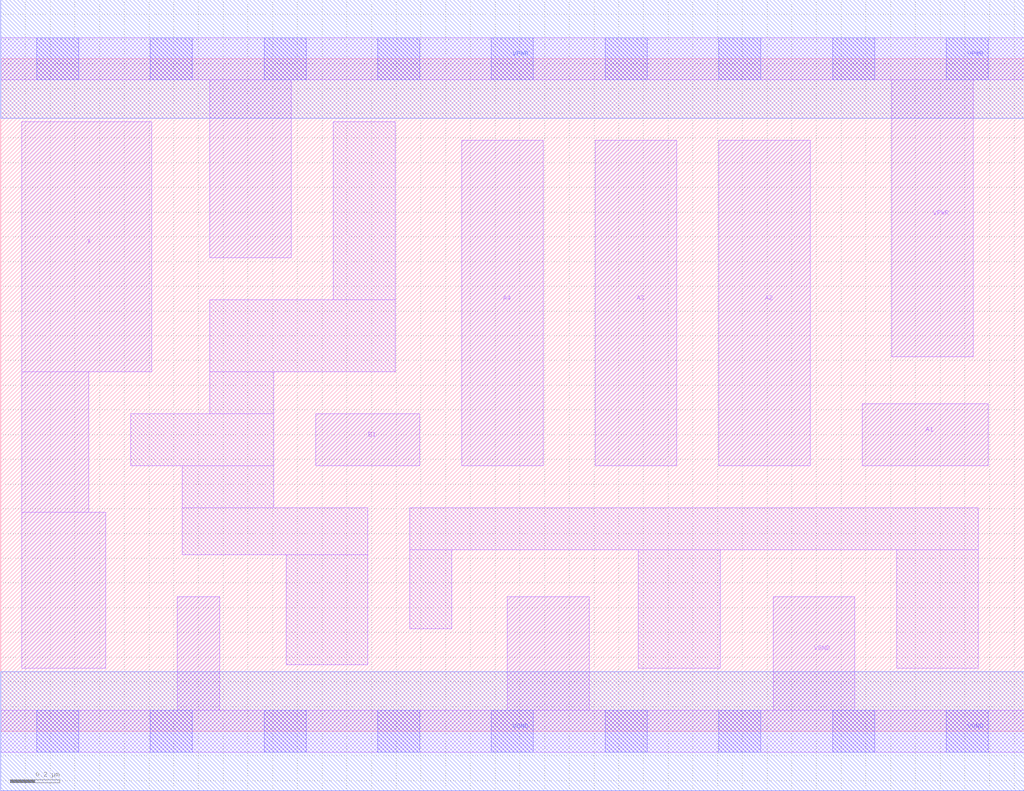
<source format=lef>
# Copyright 2020 The SkyWater PDK Authors
#
# Licensed under the Apache License, Version 2.0 (the "License");
# you may not use this file except in compliance with the License.
# You may obtain a copy of the License at
#
#     https://www.apache.org/licenses/LICENSE-2.0
#
# Unless required by applicable law or agreed to in writing, software
# distributed under the License is distributed on an "AS IS" BASIS,
# WITHOUT WARRANTIES OR CONDITIONS OF ANY KIND, either express or implied.
# See the License for the specific language governing permissions and
# limitations under the License.
#
# SPDX-License-Identifier: Apache-2.0

VERSION 5.7 ;
  NAMESCASESENSITIVE ON ;
  NOWIREEXTENSIONATPIN ON ;
  DIVIDERCHAR "/" ;
  BUSBITCHARS "[]" ;
UNITS
  DATABASE MICRONS 200 ;
END UNITS
MACRO sky130_fd_sc_hd__o41a_1
  CLASS CORE ;
  SOURCE USER ;
  FOREIGN sky130_fd_sc_hd__o41a_1 ;
  ORIGIN  0.000000  0.000000 ;
  SIZE  4.140000 BY  2.720000 ;
  SYMMETRY X Y R90 ;
  SITE unithd ;
  PIN A1
    ANTENNAGATEAREA  0.247500 ;
    DIRECTION INPUT ;
    USE SIGNAL ;
    PORT
      LAYER li1 ;
        RECT 3.485000 1.075000 3.995000 1.325000 ;
    END
  END A1
  PIN A2
    ANTENNAGATEAREA  0.247500 ;
    DIRECTION INPUT ;
    USE SIGNAL ;
    PORT
      LAYER li1 ;
        RECT 2.905000 1.075000 3.275000 2.390000 ;
    END
  END A2
  PIN A3
    ANTENNAGATEAREA  0.247500 ;
    DIRECTION INPUT ;
    USE SIGNAL ;
    PORT
      LAYER li1 ;
        RECT 2.405000 1.075000 2.735000 2.390000 ;
    END
  END A3
  PIN A4
    ANTENNAGATEAREA  0.247500 ;
    DIRECTION INPUT ;
    USE SIGNAL ;
    PORT
      LAYER li1 ;
        RECT 1.865000 1.075000 2.195000 2.390000 ;
    END
  END A4
  PIN B1
    ANTENNAGATEAREA  0.247500 ;
    DIRECTION INPUT ;
    USE SIGNAL ;
    PORT
      LAYER li1 ;
        RECT 1.275000 1.075000 1.695000 1.285000 ;
    END
  END B1
  PIN X
    ANTENNADIFFAREA  0.672000 ;
    DIRECTION OUTPUT ;
    USE SIGNAL ;
    PORT
      LAYER li1 ;
        RECT 0.085000 0.255000 0.425000 0.885000 ;
        RECT 0.085000 0.885000 0.355000 1.455000 ;
        RECT 0.085000 1.455000 0.610000 2.465000 ;
    END
  END X
  PIN VGND
    DIRECTION INOUT ;
    SHAPE ABUTMENT ;
    USE GROUND ;
    PORT
      LAYER li1 ;
        RECT 0.000000 -0.085000 4.140000 0.085000 ;
        RECT 0.715000  0.085000 0.885000 0.545000 ;
        RECT 2.050000  0.085000 2.380000 0.545000 ;
        RECT 3.125000  0.085000 3.455000 0.545000 ;
      LAYER mcon ;
        RECT 0.145000 -0.085000 0.315000 0.085000 ;
        RECT 0.605000 -0.085000 0.775000 0.085000 ;
        RECT 1.065000 -0.085000 1.235000 0.085000 ;
        RECT 1.525000 -0.085000 1.695000 0.085000 ;
        RECT 1.985000 -0.085000 2.155000 0.085000 ;
        RECT 2.445000 -0.085000 2.615000 0.085000 ;
        RECT 2.905000 -0.085000 3.075000 0.085000 ;
        RECT 3.365000 -0.085000 3.535000 0.085000 ;
        RECT 3.825000 -0.085000 3.995000 0.085000 ;
      LAYER met1 ;
        RECT 0.000000 -0.240000 4.140000 0.240000 ;
    END
  END VGND
  PIN VPWR
    DIRECTION INOUT ;
    SHAPE ABUTMENT ;
    USE POWER ;
    PORT
      LAYER li1 ;
        RECT 0.000000 2.635000 4.140000 2.805000 ;
        RECT 0.845000 1.915000 1.175000 2.635000 ;
        RECT 3.605000 1.515000 3.935000 2.635000 ;
      LAYER mcon ;
        RECT 0.145000 2.635000 0.315000 2.805000 ;
        RECT 0.605000 2.635000 0.775000 2.805000 ;
        RECT 1.065000 2.635000 1.235000 2.805000 ;
        RECT 1.525000 2.635000 1.695000 2.805000 ;
        RECT 1.985000 2.635000 2.155000 2.805000 ;
        RECT 2.445000 2.635000 2.615000 2.805000 ;
        RECT 2.905000 2.635000 3.075000 2.805000 ;
        RECT 3.365000 2.635000 3.535000 2.805000 ;
        RECT 3.825000 2.635000 3.995000 2.805000 ;
      LAYER met1 ;
        RECT 0.000000 2.480000 4.140000 2.960000 ;
    END
  END VPWR
  OBS
    LAYER li1 ;
      RECT 0.525000 1.075000 1.105000 1.285000 ;
      RECT 0.735000 0.715000 1.485000 0.905000 ;
      RECT 0.735000 0.905000 1.105000 1.075000 ;
      RECT 0.845000 1.285000 1.105000 1.455000 ;
      RECT 0.845000 1.455000 1.595000 1.745000 ;
      RECT 1.155000 0.270000 1.485000 0.715000 ;
      RECT 1.345000 1.745000 1.595000 2.465000 ;
      RECT 1.655000 0.415000 1.825000 0.735000 ;
      RECT 1.655000 0.735000 3.955000 0.905000 ;
      RECT 2.580000 0.255000 2.910000 0.735000 ;
      RECT 3.625000 0.255000 3.955000 0.735000 ;
  END
END sky130_fd_sc_hd__o41a_1
END LIBRARY

</source>
